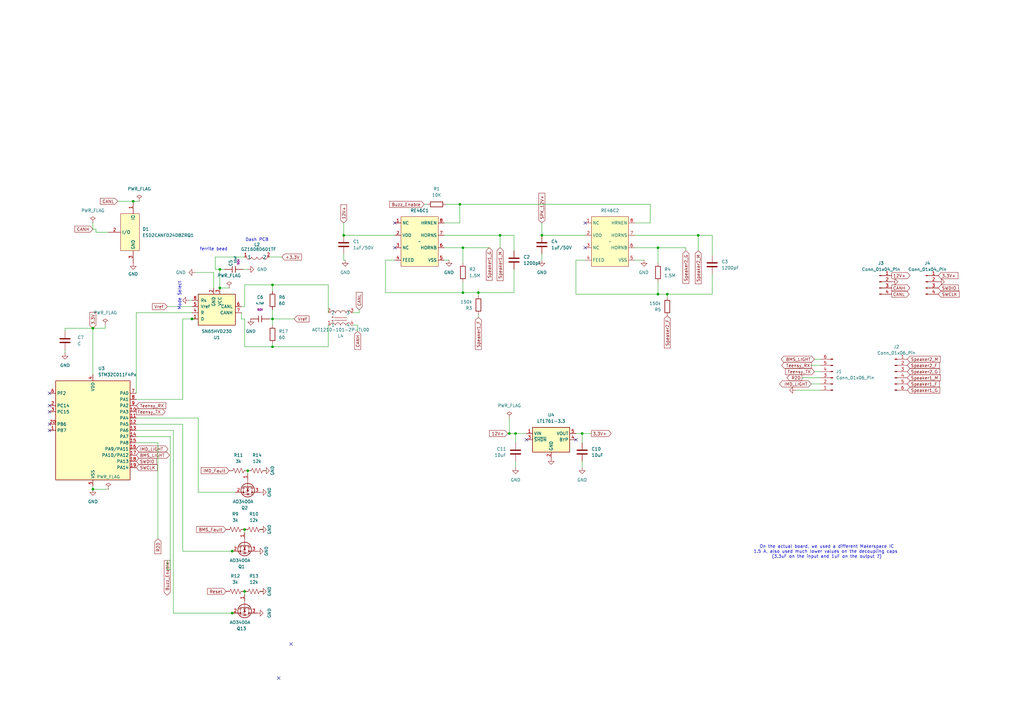
<source format=kicad_sch>
(kicad_sch (version 20250114) (generator "eeschema") (generator_version "9.0")
  (paper "A3")
  (title_block (title "SC FormulaE Electrical System"))
  (lib_symbols
    (symbol "Connector:Conn_01x04_Pin" (pin_names (offset 1.016) (hide yes))
      (property "Reference" "J" (at 0 5.08 0))
      (property "Value" "Conn_01x04_Pin" (at 0 -7.62 0))
      (symbol "Conn_01x04_Pin_1_1"
        (rectangle (start 0.8636 2.667) (end 0 2.413) (stroke (width 0.1524)) (fill (type outline)))
        (rectangle (start 0.8636 0.127) (end 0 -0.127) (stroke (width 0.1524)) (fill (type outline)))
        (rectangle (start 0.8636 -2.413) (end 0 -2.667) (stroke (width 0.1524)) (fill (type outline)))
        (rectangle (start 0.8636 -4.953) (end 0 -5.207) (stroke (width 0.1524)) (fill (type outline)))
        (polyline (pts (xy 1.27 2.54) (xy 0.8636 2.54)) (stroke (width 0.1524)))
        (polyline (pts (xy 1.27 0) (xy 0.8636 0)) (stroke (width 0.1524)))
        (polyline (pts (xy 1.27 -2.54) (xy 0.8636 -2.54)) (stroke (width 0.1524)))
        (polyline (pts (xy 1.27 -5.08) (xy 0.8636 -5.08)) (stroke (width 0.1524)))
        (pin passive line (at 5.08 2.54 180) (length 3.81) (name "Pin_1") (number "1"))
        (pin passive line (at 5.08 0 180) (length 3.81) (name "Pin_2") (number "2"))
        (pin passive line (at 5.08 -2.54 180) (length 3.81) (name "Pin_3") (number "3"))
        (pin passive line (at 5.08 -5.08 180) (length 3.81) (name "Pin_4") (number "4"))
      )
    )
    (symbol "Connector:Conn_01x06_Pin" (pin_names (offset 1.016) (hide yes))
      (property "Reference" "J" (at 0 7.62 0))
      (property "Value" "Conn_01x06_Pin" (at 0 -10.16 0))
      (symbol "Conn_01x06_Pin_1_1"
        (rectangle (start 0.8636 5.207) (end 0 4.953) (stroke (width 0.1524)) (fill (type outline)))
        (rectangle (start 0.8636 2.667) (end 0 2.413) (stroke (width 0.1524)) (fill (type outline)))
        (rectangle (start 0.8636 0.127) (end 0 -0.127) (stroke (width 0.1524)) (fill (type outline)))
        (rectangle (start 0.8636 -2.413) (end 0 -2.667) (stroke (width 0.1524)) (fill (type outline)))
        (rectangle (start 0.8636 -4.953) (end 0 -5.207) (stroke (width 0.1524)) (fill (type outline)))
        (rectangle (start 0.8636 -7.493) (end 0 -7.747) (stroke (width 0.1524)) (fill (type outline)))
        (polyline (pts (xy 1.27 5.08) (xy 0.8636 5.08)) (stroke (width 0.1524)))
        (polyline (pts (xy 1.27 2.54) (xy 0.8636 2.54)) (stroke (width 0.1524)))
        (polyline (pts (xy 1.27 0) (xy 0.8636 0)) (stroke (width 0.1524)))
        (polyline (pts (xy 1.27 -2.54) (xy 0.8636 -2.54)) (stroke (width 0.1524)))
        (polyline (pts (xy 1.27 -5.08) (xy 0.8636 -5.08)) (stroke (width 0.1524)))
        (polyline (pts (xy 1.27 -7.62) (xy 0.8636 -7.62)) (stroke (width 0.1524)))
        (pin passive line (at 5.08 5.08 180) (length 3.81) (name "Pin_1") (number "1"))
        (pin passive line (at 5.08 2.54 180) (length 3.81) (name "Pin_2") (number "2"))
        (pin passive line (at 5.08 0 180) (length 3.81) (name "Pin_3") (number "3"))
        (pin passive line (at 5.08 -2.54 180) (length 3.81) (name "Pin_4") (number "4"))
        (pin passive line (at 5.08 -5.08 180) (length 3.81) (name "Pin_5") (number "5"))
        (pin passive line (at 5.08 -7.62 180) (length 3.81) (name "Pin_6") (number "6"))
      )
    )
    (symbol "Device:C" (pin_numbers (hide yes)) (pin_names (offset 0.254))
      (property "Reference" "C" (at 0.635 2.54 0))
      (property "Value" "C" (at 0.635 -2.54 0))
      (symbol "C_0_1"
        (polyline (pts (xy -2.032 0.762) (xy 2.032 0.762)) (stroke (width 0.508)))
        (polyline (pts (xy -2.032 -0.762) (xy 2.032 -0.762)) (stroke (width 0.508)))
      )
      (symbol "C_1_1"
        (pin passive line (at 0 3.81 270) (length 2.794) (name "~") (number "1"))
        (pin passive line (at 0 -3.81 90) (length 2.794) (name "~") (number "2"))
      )
    )
    (symbol "Device:R" (pin_numbers (hide yes)) (pin_names (offset 0))
      (property "Reference" "R" (at 2.032 0 90))
      (property "Value" "R" (at 0 0 90))
      (symbol "R_0_1"
        (rectangle (start -1.016 -2.54) (end 1.016 2.54) (stroke (width 0.254)))
      )
      (symbol "R_1_1"
        (pin passive line (at 0 3.81 270) (length 1.27) (name "~") (number "1"))
        (pin passive line (at 0 -3.81 90) (length 1.27) (name "~") (number "2"))
      )
    )
    (symbol "Device:R_US" (pin_numbers (hide yes)) (pin_names (offset 0))
      (property "Reference" "R" (at 2.54 0 90))
      (property "Value" "R_US" (at -2.54 0 90))
      (symbol "R_US_0_1"
        (polyline (pts (xy 0 2.286) (xy 0 2.54)))
        (polyline (pts (xy 0 2.286) (xy 1.016 1.905) (xy 0 1.524) (xy -1.016 1.143) (xy 0 0.762)))
        (polyline (pts (xy 0 0.762) (xy 1.016 0.381) (xy 0 0) (xy -1.016 -0.381) (xy 0 -0.762)))
        (polyline (pts (xy 0 -0.762) (xy 1.016 -1.143) (xy 0 -1.524) (xy -1.016 -1.905) (xy 0 -2.286)))
        (polyline (pts (xy 0 -2.286) (xy 0 -2.54)))
      )
      (symbol "R_US_1_1"
        (pin passive line (at 0 3.81 270) (length 1.27) (name "~") (number "1"))
        (pin passive line (at 0 -3.81 90) (length 1.27) (name "~") (number "2"))
      )
    )
    (symbol "FSAE:RE46C100"
      (property "Reference" "RE46C100" (at 0 0 0))
      (symbol "RE46C100_1_1"
        (rectangle (start -7.62 10.16) (end 7.62 -10.16) (fill (type background)))
        (pin input line (at -10.16 7.62 0) (length 2.54) (name "NC") (number "1"))
        (pin input line (at -10.16 2.54 0) (length 2.54) (name "VDD") (number "2"))
        (pin input line (at -10.16 -2.54 0) (length 2.54) (name "NC") (number "3"))
        (pin input line (at -10.16 -7.62 0) (length 2.54) (name "FEED") (number "4"))
        (pin input line (at 10.16 7.62 180) (length 2.54) (name "HRNEN") (number "8"))
        (pin input line (at 10.16 2.54 180) (length 2.54) (name "HORNS") (number "7"))
        (pin input line (at 10.16 -2.54 180) (length 2.54) (name "HORNB") (number "6"))
        (pin input line (at 10.16 -7.62 180) (length 2.54) (name "VSS") (number "5"))
      )
    )
    (symbol "GND_1" (power) (pin_numbers (hide yes)) (pin_names (offset 0) (hide yes))
      (property "Value" "GND" (at 0 -3.81 0))
      (symbol "GND_1_0_1"
        (polyline (pts (xy 0 0) (xy 0 -1.27) (xy 1.27 -1.27) (xy 0 -2.54) (xy -1.27 -1.27) (xy 0 -1.27)))
      )
      (symbol "GND_1_1_1"
        (pin power_in line (at 0 0 270) (length 0) (name "~") (number "1"))
      )
    )
    (symbol "GND_2" (power) (pin_names (offset 0))
      (property "Value" "GND_2" (at 0 -3.81 0))
      (symbol "GND_2_0_1"
        (polyline (pts (xy 0 0) (xy 0 -1.27) (xy 1.27 -1.27) (xy 0 -2.54) (xy -1.27 -1.27) (xy 0 -1.27)))
      )
      (symbol "GND_2_1_1"
        (pin power_in line (at 0 0 270) (length 0) (hide yes) (name "GND") (number "1"))
      )
    )
    (symbol "GND_3" (power) (pin_numbers (hide yes)) (pin_names (offset 0) (hide yes))
      (property "Value" "GND" (at 0 -3.81 0))
      (symbol "GND_3_0_1"
        (polyline (pts (xy 0 0) (xy 0 -1.27) (xy 1.27 -1.27) (xy 0 -2.54) (xy -1.27 -1.27) (xy 0 -1.27)))
      )
      (symbol "GND_3_1_1"
        (pin power_in line (at 0 0 270) (length 0) (name "~") (number "1"))
      )
    )
    (symbol "GND_4" (power) (pin_numbers (hide yes)) (pin_names (offset 0) (hide yes))
      (property "Value" "GND" (at 0 -3.81 0))
      (symbol "GND_4_0_1"
        (polyline (pts (xy 0 0) (xy 0 -1.27) (xy 1.27 -1.27) (xy 0 -2.54) (xy -1.27 -1.27) (xy 0 -1.27)))
      )
      (symbol "GND_4_1_1"
        (pin power_in line (at 0 0 270) (length 0) (name "~") (number "1"))
      )
    )
    (symbol "GND_5" (power) (pin_numbers (hide yes)) (pin_names (offset 0) (hide yes))
      (property "Value" "GND" (at 0 -3.81 0))
      (symbol "GND_5_0_1"
        (polyline (pts (xy 0 0) (xy 0 -1.27) (xy 1.27 -1.27) (xy 0 -2.54) (xy -1.27 -1.27) (xy 0 -1.27)))
      )
      (symbol "GND_5_1_1"
        (pin power_in line (at 0 0 270) (length 0) (name "~") (number "1"))
      )
    )
    (symbol "MCU_ST_STM32C0:STM32C011F4Px"
      (property "Reference" "U" (at -15.24 21.59 0))
      (property "Value" "STM32C011F4Px" (at 2.54 21.59 0))
      (symbol "STM32C011F4Px_0_1"
        (rectangle (start -15.24 -20.32) (end 15.24 20.32) (stroke (width 0.254)) (fill (type background)))
      )
      (symbol "STM32C011F4Px_1_1"
        (pin bidirectional line (at -17.78 15.24 0) (length 2.54) (name "PF2") (number "6"))
        (pin bidirectional line (at -17.78 10.16 0) (length 2.54) (name "PC14") (number "2"))
        (pin bidirectional line (at -17.78 7.62 0) (length 2.54) (name "PC15") (number "3"))
        (pin bidirectional line (at -17.78 2.54 0) (length 2.54) (name "PB6") (number "20"))
        (pin bidirectional line (at -17.78 0 0) (length 2.54) (name "PB7") (number "1"))
        (pin power_in line (at 0 22.86 270) (length 2.54) (name "VDD") (number "4"))
        (pin power_in line (at 0 -22.86 90) (length 2.54) (name "VSS") (number "5"))
        (pin bidirectional line (at 17.78 15.24 180) (length 2.54) (name "PA0") (number "7"))
        (pin bidirectional line (at 17.78 12.7 180) (length 2.54) (name "PA1") (number "8"))
        (pin bidirectional line (at 17.78 10.16 180) (length 2.54) (name "PA2") (number "9"))
        (pin bidirectional line (at 17.78 7.62 180) (length 2.54) (name "PA3") (number "10"))
        (pin bidirectional line (at 17.78 5.08 180) (length 2.54) (name "PA4") (number "11"))
        (pin bidirectional line (at 17.78 2.54 180) (length 2.54) (name "PA5") (number "12"))
        (pin bidirectional line (at 17.78 0 180) (length 2.54) (name "PA6") (number "13"))
        (pin bidirectional line (at 17.78 -2.54 180) (length 2.54) (name "PA7") (number "14"))
        (pin bidirectional line (at 17.78 -5.08 180) (length 2.54) (name "PA8") (number "15"))
        (pin bidirectional line (at 17.78 -7.62 180) (length 2.54) (name "PA9/PA11") (number "16"))
        (pin bidirectional line (at 17.78 -10.16 180) (length 2.54) (name "PA10/PA12") (number "17"))
        (pin bidirectional line (at 17.78 -12.7 180) (length 2.54) (name "PA13") (number "18"))
        (pin bidirectional line (at 17.78 -15.24 180) (length 2.54) (name "PA14") (number "19"))
      )
    )
    (symbol "PCM_JLCPCB-Capacitors:0603,4.7nF" (pin_numbers (hide yes)) (pin_names (offset 0))
      (property "Reference" "C" (at 2.032 1.668 0))
      (property "Value" "4.7nF" (at 2.032 -0.3782 0))
      (property "Voltage Rated" "50V" (at 2.032 -2.0462 0))
      (symbol "0603,4.7nF_0_1"
        (polyline (pts (xy -1.27 0.635) (xy 1.27 0.635)) (stroke (width 0.254)))
        (polyline (pts (xy -1.27 -0.635) (xy 1.27 -0.635)) (stroke (width 0.254)))
      )
      (symbol "0603,4.7nF_1_1"
        (pin passive line (at 0 3.81 270) (length 3.175) (name "~") (number "1"))
        (pin passive line (at 0 -3.81 90) (length 3.175) (name "~") (number "2"))
      )
    )
    (symbol "PCM_JLCPCB-Capacitors:0805,10uF,(2)" (pin_numbers (hide yes)) (pin_names (offset 0))
      (property "Reference" "C" (at 2.032 1.668 0))
      (property "Value" "10uF" (at 2.032 -0.3782 0))
      (property "Voltage Rated" "50V" (at 2.032 -2.0462 0))
      (symbol "0805,10uF,(2)_0_1"
        (polyline (pts (xy -1.27 0.635) (xy 1.27 0.635)) (stroke (width 0.254)))
        (polyline (pts (xy -1.27 -0.635) (xy 1.27 -0.635)) (stroke (width 0.254)))
      )
      (symbol "0805,10uF,(2)_1_1"
        (pin passive line (at 0 3.81 270) (length 3.175) (name "~") (number "1"))
        (pin passive line (at 0 -3.81 90) (length 3.175) (name "~") (number "2"))
      )
    )
    (symbol "Regulator_Linear:LT1761-3.3"
      (property "Reference" "U" (at -6.35 6.35 0))
      (property "Value" "LT1761-3.3" (at 0 6.35 0))
      (symbol "LT1761-3.3_0_1"
        (rectangle (start -7.62 5.08) (end 7.62 -5.08) (stroke (width 0.254)) (fill (type background)))
      )
      (symbol "LT1761-3.3_1_1"
        (pin power_in line (at -10.16 2.54 0) (length 2.54) (name "VIN") (number "1"))
        (pin input line (at -10.16 0 0) (length 2.54) (name "~{SHDN}") (number "3"))
        (pin power_in line (at 0 -7.62 90) (length 2.54) (name "GND") (number "2"))
        (pin power_out line (at 10.16 2.54 180) (length 2.54) (name "VOUT") (number "5"))
        (pin passive line (at 10.16 0 180) (length 2.54) (name "BYP") (number "4"))
      )
    )
    (symbol "SN65HVD230_1" (pin_names (offset 1.016))
      (property "Reference" "U" (at -2.54 10.16 0))
      (property "Value" "SN65HVD230" (at 1.27 -10.16 0))
      (symbol "SN65HVD230_1_0_1"
        (rectangle (start -7.62 5.08) (end 7.62 -7.62) (stroke (width 0.254)) (fill (type background)))
      )
      (symbol "SN65HVD230_1_1_1"
        (pin input line (at -10.16 2.54 0) (length 2.54) (name "D") (number "1"))
        (pin output line (at -10.16 0 0) (length 2.54) (name "R") (number "4"))
        (pin output line (at -10.16 -2.54 0) (length 2.54) (name "Vref") (number "5"))
        (pin input line (at -10.16 -5.08 0) (length 2.54) (name "Rs") (number "8"))
        (pin power_in line (at -1.27 -10.16 90) (length 2.54) (name "GND") (number "2"))
        (pin power_in line (at 1.27 -10.16 90) (length 2.54) (name "VCC") (number "3"))
        (pin bidirectional line (at 10.16 0 180) (length 2.54) (name "CANH") (number "7"))
        (pin bidirectional line (at 10.16 -2.54 180) (length 2.54) (name "CANL") (number "6"))
      )
    )
    (symbol "Transistor_FET:AO3400A" (pin_names (hide yes))
      (property "Reference" "Q" (at 5.08 1.905 0))
      (property "Value" "AO3400A" (at 5.08 0 0))
      (symbol "AO3400A_0_1"
        (polyline (pts (xy 0.254 1.905) (xy 0.254 -1.905)) (stroke (width 0.254)))
        (polyline (pts (xy 0.254 0) (xy -2.54 0)))
        (polyline (pts (xy 0.762 2.286) (xy 0.762 1.27)) (stroke (width 0.254)))
        (polyline (pts (xy 0.762 0.508) (xy 0.762 -0.508)) (stroke (width 0.254)))
        (polyline (pts (xy 0.762 -1.27) (xy 0.762 -2.286)) (stroke (width 0.254)))
        (polyline (pts (xy 0.762 -1.778) (xy 3.302 -1.778) (xy 3.302 1.778) (xy 0.762 1.778)))
        (polyline (pts (xy 1.016 0) (xy 2.032 0.381) (xy 2.032 -0.381) (xy 1.016 0)) (fill (type outline)))
        (circle (center 1.651 0) (radius 2.794) (stroke (width 0.254)))
        (polyline (pts (xy 2.54 2.54) (xy 2.54 1.778)))
        (circle (center 2.54 1.778) (radius 0.254) (fill (type outline)))
        (circle (center 2.54 -1.778) (radius 0.254) (fill (type outline)))
        (polyline (pts (xy 2.54 -2.54) (xy 2.54 0) (xy 0.762 0)))
        (polyline (pts (xy 2.794 0.508) (xy 2.921 0.381) (xy 3.683 0.381) (xy 3.81 0.254)))
        (polyline (pts (xy 3.302 0.381) (xy 2.921 -0.254) (xy 3.683 -0.254) (xy 3.302 0.381)))
      )
      (symbol "AO3400A_1_1"
        (pin input line (at -5.08 0 0) (length 2.54) (name "G") (number "1"))
        (pin passive line (at 2.54 5.08 270) (length 2.54) (name "D") (number "3"))
        (pin passive line (at 2.54 -5.08 90) (length 2.54) (name "S") (number "2"))
      )
    )
    (symbol "easyeda2kicad:ACT1210-101-2P-TL00"
      (property "Reference" "L" (at 0 7.62 0))
      (property "Value" "ACT1210-101-2P-TL00" (at 0 -7.62 0))
      (symbol "ACT1210-101-2P-TL00_0_1"
        (circle (center -3.3 0.76) (radius 0.25))
        (circle (center -3.3 -0.76) (radius 0.25))
        (arc (start -2.27 2.52) (mid -3.28 1.5973) (end -4.29 2.52))
        (arc (start -2.21 -2.52) (mid -2.76 -3.34) (end -4.23 -2.52))
        (polyline (pts (xy -2.54 0.51) (xy 2.54 0.51)))
        (polyline (pts (xy -2.54 -0.51) (xy 2.54 -0.51)))
        (arc (start -0.11 2.52) (mid -1.12 1.5929) (end -2.13 2.52))
        (arc (start -0.02 -2.52) (mid -0.57 -3.33) (end -2.04 -2.52))
        (arc (start 2.04 2.52) (mid 1.03 1.5929) (end 0.02 2.52))
        (arc (start 2.13 -2.52) (mid 1.58 -3.33) (end 0.11 -2.52))
        (arc (start 4.23 2.52) (mid 3.22 1.5929) (end 2.21 2.52))
        (arc (start 4.29 -2.52) (mid 3.74 -3.34) (end 2.27 -2.52))
        (pin unspecified line (at -5.08 2.54 0) (length 0.762) (name "1") (number "1"))
        (pin unspecified line (at -5.08 -2.54 0) (length 0.762) (name "2") (number "2"))
        (pin unspecified line (at 5.08 2.54 180) (length 0.762) (name "4") (number "4"))
        (pin unspecified line (at 5.08 -2.54 180) (length 0.762) (name "3") (number "3"))
      )
    )
    (symbol "easyeda2kicad:ESD2CANFD24DBZRQ1"
      (property "Reference" "D4" (at -1.27 10.795 0))
      (property "Value" "ESD2CANFD24DBZRQ1" (at -1.27 8.255 0))
      (symbol "ESD2CANFD24DBZRQ1_0_1"
        (rectangle (start -8.89 6.35) (end 6.35 -1.27) (fill (type background)))
        (pin power_in line (at -13.97 3.81 0) (length 5.08) (name "GND") (number "3"))
        (pin power_in line (at 11.43 3.81 180) (length 5.08) (name "IO") (number "1"))
      )
      (symbol "ESD2CANFD24DBZRQ1_1_1"
        (pin power_in line (at -1.27 -6.35 90) (length 5.08) (name "I/O") (number "2"))
      )
    )
    (symbol "easyeda2kicad:GZ1608D601TF"
      (property "Reference" "L" (at 0 5.08 0))
      (property "Value" "GZ1608D601TF" (at 0 -5.08 0))
      (symbol "GZ1608D601TF_0_1"
        (arc (start -2.27 -0.02) (mid -3.28 -0.937) (end -4.29 -0.02))
        (arc (start -0.11 -0.02) (mid -1.12 -0.937) (end -2.13 -0.02))
        (arc (start 2.04 -0.02) (mid 1.03 -0.937) (end 0.02 -0.02))
        (arc (start 4.23 -0.02) (mid 3.22 -0.9448) (end 2.21 -0.02))
        (pin unspecified line (at -5.08 0 0) (length 0.762) (name "1") (number "1"))
        (pin unspecified line (at 5.08 0 180) (length 0.762) (name "2") (number "2"))
      )
    )
    (symbol "power:GND" (power) (pin_names (offset 0))
      (property "Value" "GND" (at 0 -3.81 0))
      (symbol "GND_0_1"
        (polyline (pts (xy 0 0) (xy 0 -1.27) (xy 1.27 -1.27) (xy 0 -2.54) (xy -1.27 -1.27) (xy 0 -1.27)))
      )
      (symbol "GND_1_1"
        (pin power_in line (at 0 0 270) (length 0) (hide yes) (name "GND") (number "1"))
      )
    )
    (symbol "power:PWR_FLAG" (power) (pin_numbers (hide yes)) (pin_names (offset 0) (hide yes))
      (property "Value" "PWR_FLAG" (at 0 3.81 0))
      (symbol "PWR_FLAG_0_0"
        (pin power_out line (at 0 0 90) (length 0) (name "~") (number "1"))
      )
      (symbol "PWR_FLAG_0_1"
        (polyline (pts (xy 0 0) (xy 0 1.27) (xy -1.016 1.905) (xy 0 2.54) (xy 1.016 1.905) (xy 0 1.27)))
      )
    )
  )
  (text "Dash PCB" (at 105.41 98.425 0) (effects (font (size 1.27 1.27))))
  (text "On the actual board, we used a different Makerspace IC\n1.5 A, also used much lower values on the decoupling caps \n(3.3uF on the input and 1uF on the output ?)" (at 339.09 226.314 0) (effects (font (size 1.27 1.27))))
  (text "ferrite bead" (at 87.63 102.235 0) (effects (font (size 1.27 1.27))))
  (text "Mode Select" (at 73.66 121.285 90) (effects (font (size 1.27 1.27))))
  (junction (at 196.215 120.015))
  (junction (at 222.25 96.52))
  (junction (at 238.76 177.8))
  (junction (at 111.76 142.24))
  (junction (at 101.6 193.04))
  (junction (at 189.865 101.6))
  (junction (at 111.76 130.81))
  (junction (at 90.17 118.11))
  (junction (at 38.1 134.62))
  (junction (at 100.33 217.17))
  (junction (at 269.875 101.6))
  (junction (at 269.875 120.65))
  (junction (at 140.97 96.52))
  (junction (at 208.915 177.8))
  (junction (at 205.105 96.52))
  (junction (at 54.61 82.55))
  (junction (at 95.25 251.46))
  (junction (at 286.385 96.52))
  (junction (at 188.595 83.82))
  (junction (at 273.685 120.65))
  (junction (at 78.74 130.81))
  (junction (at 189.865 120.015))
  (junction (at 100.33 242.57))
  (junction (at 38.1 200.66))
  (junction (at 95.25 226.06))
  (junction (at 211.455 177.8))
  (junction (at 90.17 110.49))
  (junction (at 111.76 116.84))
  (no_connect (at 240.03 91.44))
  (no_connect (at 20.32 176.53))
  (no_connect (at 240.03 101.6))
  (no_connect (at 161.925 101.6))
  (no_connect (at 119.38 264.16))
  (no_connect (at 20.32 173.99))
  (no_connect (at 20.32 166.37))
  (no_connect (at 114.3 278.13))
  (no_connect (at 215.9 180.34))
  (no_connect (at 20.32 168.91))
  (no_connect (at 20.32 161.29))
  (no_connect (at 161.925 91.44))
  (no_connect (at 236.22 180.34))
  (wire (pts (xy 222.25 91.44) (xy 222.25 96.52)))
  (wire (pts (xy 39.37 95.25) (xy 44.45 95.25)))
  (wire (pts (xy 196.215 120.015) (xy 210.82 120.015)))
  (wire (pts (xy 88.265 105.41) (xy 88.265 110.49)))
  (wire (pts (xy 269.875 101.6) (xy 281.305 101.6)))
  (wire (pts (xy 111.76 127) (xy 111.76 130.81)))
  (wire (pts (xy 205.105 96.52) (xy 210.82 96.52)))
  (wire (pts (xy 55.88 128.27) (xy 78.74 128.27)))
  (wire (pts (xy 74.93 130.81) (xy 74.93 163.83)))
  (wire (pts (xy 99.695 110.49) (xy 101.6 110.49)))
  (wire (pts (xy 158.115 106.68) (xy 158.115 120.015)))
  (wire (pts (xy 38.1 134.62) (xy 26.67 134.62)))
  (wire (pts (xy 80.01 111.76) (xy 87.63 111.76)))
  (wire (pts (xy 69.85 233.68) (xy 68.58 233.68)))
  (wire (pts (xy 43.18 134.62) (xy 38.1 134.62)))
  (wire (pts (xy 208.915 171.45) (xy 208.915 177.8)))
  (wire (pts (xy 71.12 176.53) (xy 71.12 251.46)))
  (wire (pts (xy 208.915 177.8) (xy 211.455 177.8)))
  (wire (pts (xy 55.88 128.27) (xy 55.88 161.29)))
  (wire (pts (xy 326.39 160.02) (xy 336.55 160.02)))
  (wire (pts (xy 146.685 135.89) (xy 146.685 133.35)))
  (wire (pts (xy 68.58 233.68) (xy 68.58 229.87)))
  (wire (pts (xy 54.61 82.55) (xy 57.15 82.55)))
  (wire (pts (xy 55.88 173.99) (xy 74.93 173.99)))
  (wire (pts (xy 240.03 106.68) (xy 236.22 106.68)))
  (wire (pts (xy 68.58 125.73) (xy 78.74 125.73)))
  (wire (pts (xy 110.49 130.81) (xy 111.76 130.81)))
  (wire (pts (xy 38.1 200.66) (xy 44.45 200.66)))
  (wire (pts (xy 182.245 96.52) (xy 205.105 96.52)))
  (wire (pts (xy 189.865 101.6) (xy 189.865 107.95)))
  (wire (pts (xy 196.215 120.015) (xy 196.215 121.285)))
  (wire (pts (xy 208.28 177.8) (xy 208.915 177.8)))
  (wire (pts (xy 90.17 118.11) (xy 90.17 110.49)))
  (wire (pts (xy 74.93 226.06) (xy 95.25 226.06)))
  (wire (pts (xy 188.595 83.82) (xy 188.595 91.44)))
  (wire (pts (xy 210.82 110.49) (xy 210.82 120.015)))
  (wire (pts (xy 95.25 226.06) (xy 96.52 226.06)))
  (wire (pts (xy 55.88 176.53) (xy 71.12 176.53)))
  (wire (pts (xy 87.63 118.11) (xy 87.63 111.76)))
  (wire (pts (xy 144.78 128.27) (xy 147.32 128.27)))
  (wire (pts (xy 100.33 142.24) (xy 100.33 130.81)))
  (wire (pts (xy 48.26 82.55) (xy 54.61 82.55)))
  (wire (pts (xy 332.74 149.86) (xy 336.55 149.86)))
  (wire (pts (xy 242.57 177.8) (xy 238.76 177.8)))
  (wire (pts (xy 111.76 142.24) (xy 134.62 142.24)))
  (wire (pts (xy 55.88 179.07) (xy 69.85 179.07)))
  (wire (pts (xy 55.88 181.61) (xy 64.77 181.61)))
  (wire (pts (xy 100.33 116.84) (xy 100.33 125.73)))
  (wire (pts (xy 266.7 83.82) (xy 266.7 91.44)))
  (wire (pts (xy 211.455 191.77) (xy 211.455 189.23)))
  (wire (pts (xy 43.18 133.35) (xy 43.18 134.62)))
  (wire (pts (xy 260.35 96.52) (xy 286.385 96.52)))
  (wire (pts (xy 292.1 104.775) (xy 292.1 96.52)))
  (wire (pts (xy 134.62 133.35) (xy 134.62 142.24)))
  (wire (pts (xy 101.6 193.04) (xy 101.6 194.31)))
  (wire (pts (xy 78.74 130.81) (xy 80.01 130.81)))
  (wire (pts (xy 81.28 201.93) (xy 81.28 171.45)))
  (wire (pts (xy 189.865 115.57) (xy 189.865 120.015)))
  (wire (pts (xy 100.33 142.24) (xy 111.76 142.24)))
  (wire (pts (xy 273.685 120.65) (xy 273.685 121.92)))
  (wire (pts (xy 196.215 130.175) (xy 196.215 128.905)))
  (wire (pts (xy 189.865 101.6) (xy 200.66 101.6)))
  (wire (pts (xy 111.76 116.84) (xy 134.62 116.84)))
  (wire (pts (xy 182.245 106.68) (xy 184.15 106.68)))
  (wire (pts (xy 182.88 83.82) (xy 188.595 83.82)))
  (wire (pts (xy 334.01 152.4) (xy 336.55 152.4)))
  (wire (pts (xy 64.77 181.61) (xy 64.77 220.98)))
  (wire (pts (xy 281.305 101.6) (xy 281.305 102.87)))
  (wire (pts (xy 134.62 116.84) (xy 134.62 128.27)))
  (wire (pts (xy 26.67 134.62) (xy 26.67 135.89)))
  (wire (pts (xy 286.385 102.87) (xy 286.385 96.52)))
  (wire (pts (xy 182.245 91.44) (xy 188.595 91.44)))
  (wire (pts (xy 158.115 120.015) (xy 189.865 120.015)))
  (wire (pts (xy 292.1 112.395) (xy 292.1 120.65)))
  (wire (pts (xy 273.685 120.65) (xy 292.1 120.65)))
  (wire (pts (xy 332.74 157.48) (xy 336.55 157.48)))
  (wire (pts (xy 107.95 217.17) (xy 106.68 217.17)))
  (wire (pts (xy 100.33 242.57) (xy 100.33 243.84)))
  (wire (pts (xy 236.22 120.65) (xy 269.875 120.65)))
  (wire (pts (xy 81.28 201.93) (xy 96.52 201.93)))
  (wire (pts (xy 99.06 130.81) (xy 99.06 128.27)))
  (wire (pts (xy 74.93 130.81) (xy 78.74 130.81)))
  (wire (pts (xy 38.1 200.66) (xy 38.1 199.39)))
  (wire (pts (xy 55.88 163.83) (xy 74.93 163.83)))
  (wire (pts (xy 328.93 154.94) (xy 336.55 154.94)))
  (wire (pts (xy 90.17 110.49) (xy 92.075 110.49)))
  (wire (pts (xy 286.385 96.52) (xy 292.1 96.52)))
  (wire (pts (xy 109.22 193.04) (xy 107.95 193.04)))
  (wire (pts (xy 205.105 96.52) (xy 205.105 101.6)))
  (wire (pts (xy 107.95 242.57) (xy 106.68 242.57)))
  (wire (pts (xy 210.82 102.87) (xy 210.82 96.52)))
  (wire (pts (xy 260.35 91.44) (xy 266.7 91.44)))
  (wire (pts (xy 211.455 177.8) (xy 215.9 177.8)))
  (wire (pts (xy 238.76 191.77) (xy 238.76 189.23)))
  (wire (pts (xy 100.33 105.41) (xy 88.265 105.41)))
  (wire (pts (xy 236.22 177.8) (xy 238.76 177.8)))
  (wire (pts (xy 269.875 115.57) (xy 269.875 120.65)))
  (wire (pts (xy 96.52 251.46) (xy 95.25 251.46)))
  (wire (pts (xy 38.1 153.67) (xy 38.1 134.62)))
  (wire (pts (xy 110.49 105.41) (xy 115.57 105.41)))
  (wire (pts (xy 111.76 130.81) (xy 120.65 130.81)))
  (wire (pts (xy 100.33 130.81) (xy 99.06 130.81)))
  (wire (pts (xy 38.1 93.98) (xy 39.37 93.98)))
  (wire (pts (xy 26.67 144.78) (xy 26.67 143.51)))
  (wire (pts (xy 182.245 101.6) (xy 189.865 101.6)))
  (wire (pts (xy 188.595 83.82) (xy 266.7 83.82)))
  (wire (pts (xy 175.26 83.82) (xy 173.99 83.82)))
  (wire (pts (xy 222.25 96.52) (xy 240.03 96.52)))
  (wire (pts (xy 238.76 181.61) (xy 238.76 177.8)))
  (wire (pts (xy 260.35 106.68) (xy 264.16 106.68)))
  (wire (pts (xy 222.25 106.68) (xy 222.25 104.14)))
  (wire (pts (xy 111.76 140.97) (xy 111.76 142.24)))
  (wire (pts (xy 269.875 101.6) (xy 269.875 107.95)))
  (wire (pts (xy 71.12 251.46) (xy 95.25 251.46)))
  (wire (pts (xy 38.1 91.44) (xy 38.1 93.98)))
  (wire (pts (xy 100.33 116.84) (xy 111.76 116.84)))
  (wire (pts (xy 147.32 128.27) (xy 147.32 127)))
  (wire (pts (xy 140.97 106.68) (xy 141.605 106.68)))
  (wire (pts (xy 211.455 181.61) (xy 211.455 177.8)))
  (wire (pts (xy 140.97 106.68) (xy 140.97 104.14)))
  (wire (pts (xy 146.685 133.35) (xy 144.78 133.35)))
  (wire (pts (xy 111.76 130.81) (xy 111.76 133.35)))
  (wire (pts (xy 74.93 226.06) (xy 74.93 173.99)))
  (wire (pts (xy 69.85 179.07) (xy 69.85 233.68)))
  (wire (pts (xy 90.17 118.11) (xy 93.98 118.11)))
  (wire (pts (xy 260.35 101.6) (xy 269.875 101.6)))
  (wire (pts (xy 189.865 120.015) (xy 196.215 120.015)))
  (wire (pts (xy 269.875 120.65) (xy 273.685 120.65)))
  (wire (pts (xy 111.76 116.84) (xy 111.76 119.38)))
  (wire (pts (xy 100.33 125.73) (xy 99.06 125.73)))
  (wire (pts (xy 161.925 106.68) (xy 158.115 106.68)))
  (wire (pts (xy 88.265 110.49) (xy 90.17 110.49)))
  (wire (pts (xy 55.88 171.45) (xy 81.28 171.45)))
  (wire (pts (xy 140.97 91.44) (xy 140.97 96.52)))
  (wire (pts (xy 334.01 147.32) (xy 336.55 147.32)))
  (wire (pts (xy 236.22 106.68) (xy 236.22 120.65)))
  (wire (pts (xy 39.37 93.98) (xy 39.37 95.25)))
  (wire (pts (xy 140.97 96.52) (xy 161.925 96.52)))
  (wire (pts (xy 77.47 123.19) (xy 78.74 123.19)))
  (wire (pts (xy 100.33 217.17) (xy 100.33 218.44)))
  (global_label "Vref" (shape input) (at 120.65 130.81 0) (property "Intersheetrefs" "${INTERSHEET_REFS}" (effects (hide yes))))
  (global_label "3.3V+" (shape output) (at 242.57 177.8 0) (property "Intersheetrefs" "${INTERSHEET_REFS}" (effects (hide yes))))
  (global_label "CANL" (shape output) (at 365.76 120.65 0) (property "Intersheetrefs" "${INTERSHEET_REFS}" (effects (hide yes))))
  (global_label "Teensy_RX" (shape output) (at 332.74 149.86 180) (property "Intersheetrefs" "${INTERSHEET_REFS}" (effects (hide yes))))
  (global_label "+3.3V" (shape input) (at 115.57 105.41 0) (property "Intersheetrefs" "${INTERSHEET_REFS}" (effects (hide yes))))
  (global_label "Teensy_TX" (shape output) (at 55.88 168.91 0) (property "Intersheetrefs" "${INTERSHEET_REFS}" (effects (hide yes))))
  (global_label "Teensy_TX" (shape input) (at 334.01 152.4 180) (property "Intersheetrefs" "${INTERSHEET_REFS}" (effects (hide yes))))
  (global_label "CANH" (shape output) (at 365.76 118.11 0) (property "Intersheetrefs" "${INTERSHEET_REFS}" (effects (hide yes))))
  (global_label "12V+" (shape output) (at 365.76 113.03 0) (property "Intersheetrefs" "${INTERSHEET_REFS}" (effects (hide yes))))
  (global_label "BMS_Fault" (shape input) (at 92.71 217.17 180) (property "Intersheetrefs" "${INTERSHEET_REFS}" (effects (hide yes))))
  (global_label "Speaker2_M" (shape input) (at 372.11 147.32 0) (property "Intersheetrefs" "${INTERSHEET_REFS}" (effects (hide yes))))
  (global_label "SWDIO" (shape input) (at 55.88 189.23 0) (property "Intersheetrefs" "${INTERSHEET_REFS}" (effects (hide yes))))
  (global_label "CANL" (shape input) (at 48.26 82.55 180) (property "Intersheetrefs" "${INTERSHEET_REFS}" (effects (hide yes))))
  (global_label "SWDIO" (shape input) (at 384.81 118.11 0) (property "Intersheetrefs" "${INTERSHEET_REFS}" (effects (hide yes))))
  (global_label "SPK_12V+" (shape input) (at 222.25 91.44 90) (property "Intersheetrefs" "${INTERSHEET_REFS}" (effects (hide yes))))
  (global_label "SWCLK" (shape input) (at 384.81 120.65 0) (property "Intersheetrefs" "${INTERSHEET_REFS}" (effects (hide yes))))
  (global_label "Vref" (shape input) (at 68.58 125.73 180) (property "Intersheetrefs" "${INTERSHEET_REFS}" (effects (hide yes))))
  (global_label "R2D" (shape input) (at 64.77 220.98 270) (property "Intersheetrefs" "${INTERSHEET_REFS}" (effects (hide yes))))
  (global_label "CANL" (shape input) (at 147.32 127 90) (property "Intersheetrefs" "${INTERSHEET_REFS}" (effects (hide yes))))
  (global_label "Speaker2_M" (shape input) (at 286.385 102.87 270) (property "Intersheetrefs" "${INTERSHEET_REFS}" (effects (hide yes))))
  (global_label "12V+" (shape input) (at 140.97 91.44 90) (property "Intersheetrefs" "${INTERSHEET_REFS}" (effects (hide yes))))
  (global_label "Buzz_Enable" (shape output) (at 68.58 229.87 270) (property "Intersheetrefs" "${INTERSHEET_REFS}" (effects (hide yes))))
  (global_label "Speaker1_G" (shape input) (at 372.11 160.02 0) (property "Intersheetrefs" "${INTERSHEET_REFS}" (effects (hide yes))))
  (global_label "Speaker1_M" (shape input) (at 372.11 154.94 0) (property "Intersheetrefs" "${INTERSHEET_REFS}" (effects (hide yes))))
  (global_label "IMD_Fault" (shape input) (at 93.98 193.04 180) (property "Intersheetrefs" "${INTERSHEET_REFS}" (effects (hide yes))))
  (global_label "3.3V" (shape input) (at 38.1 134.62 90) (property "Intersheetrefs" "${INTERSHEET_REFS}" (effects (hide yes))))
  (global_label "Speaker2_F" (shape input) (at 372.11 149.86 0) (property "Intersheetrefs" "${INTERSHEET_REFS}" (effects (hide yes))))
  (global_label "3.3V+" (shape input) (at 384.81 113.03 0) (property "Intersheetrefs" "${INTERSHEET_REFS}" (effects (hide yes))))
  (global_label "R2D" (shape output) (at 328.93 154.94 180) (property "Intersheetrefs" "${INTERSHEET_REFS}" (effects (hide yes))))
  (global_label "BMS_LIGHT" (shape bidirectional) (at 55.88 186.69 0) (property "Intersheetrefs" "${INTERSHEET_REFS}" (effects (hide yes))))
  (global_label "Speaker1_G" (shape input) (at 200.66 101.6 270) (property "Intersheetrefs" "${INTERSHEET_REFS}" (effects (hide yes))))
  (global_label "Speaker1_F" (shape input) (at 372.11 157.48 0) (property "Intersheetrefs" "${INTERSHEET_REFS}" (effects (hide yes))))
  (global_label "CANH" (shape input) (at 146.685 135.89 270) (property "Intersheetrefs" "${INTERSHEET_REFS}" (effects (hide yes))))
  (global_label "Speaker2_F" (shape input) (at 273.685 129.54 270) (property "Intersheetrefs" "${INTERSHEET_REFS}" (effects (hide yes))))
  (global_label "IMD_LIGHT" (shape bidirectional) (at 332.74 157.48 180) (property "Intersheetrefs" "${INTERSHEET_REFS}" (effects (hide yes))))
  (global_label "Speaker1_F" (shape input) (at 196.215 130.175 270) (property "Intersheetrefs" "${INTERSHEET_REFS}" (effects (hide yes))))
  (global_label "SWCLK" (shape input) (at 55.88 191.77 0) (property "Intersheetrefs" "${INTERSHEET_REFS}" (effects (hide yes))))
  (global_label "Speaker2_G" (shape input) (at 281.305 102.87 270) (property "Intersheetrefs" "${INTERSHEET_REFS}" (effects (hide yes))))
  (global_label "CANH" (shape input) (at 38.1 93.98 180) (property "Intersheetrefs" "${INTERSHEET_REFS}" (effects (hide yes))))
  (global_label "Speaker1_M" (shape input) (at 205.105 101.6 270) (property "Intersheetrefs" "${INTERSHEET_REFS}" (effects (hide yes))))
  (global_label "Reset" (shape input) (at 92.71 242.57 180) (property "Intersheetrefs" "${INTERSHEET_REFS}" (effects (hide yes))))
  (global_label "Teensy_RX" (shape input) (at 55.88 166.37 0) (property "Intersheetrefs" "${INTERSHEET_REFS}" (effects (hide yes))))
  (global_label "Buzz_Enable" (shape input) (at 173.99 83.82 180) (property "Intersheetrefs" "${INTERSHEET_REFS}" (effects (hide yes))))
  (global_label "IMD_LIGHT" (shape bidirectional) (at 55.88 184.15 0) (property "Intersheetrefs" "${INTERSHEET_REFS}" (effects (hide yes))))
  (global_label "12V+" (shape input) (at 208.28 177.8 180) (property "Intersheetrefs" "${INTERSHEET_REFS}" (effects (hide yes))))
  (global_label "BMS_LIGHT" (shape bidirectional) (at 334.01 147.32 180) (property "Intersheetrefs" "${INTERSHEET_REFS}" (effects (hide yes))))
  (global_label "Speaker2_G" (shape input) (at 372.11 152.4 0) (property "Intersheetrefs" "${INTERSHEET_REFS}" (effects (hide yes))))
  (symbol (lib_id "Device:R") (at 269.875 111.76 0) (unit 1)
    (property "Reference" "R4" (at 272.415 110.49 0) (effects (justify left)))
    (property "Value" "1.5M" (at 272.415 113.03 0) (effects (justify left)))
    (property "Footprint" "Resistor_SMD:R_0603_1608Metric_Pad0.98x0.95mm_HandSolder" (effects (hide yes)))
  )
  (symbol (lib_id "Connector:Conn_01x04_Pin") (at 379.73 115.57 0) (unit 1)
    (property "Reference" "J4" (at 380.365 107.95 0))
    (property "Value" "Conn_01x04_Pin" (at 380.365 110.49 0))
    (property "Footprint" "Connector:FanPinHeader_1x03_P2.54mm_Vertical" (effects (hide yes)))
    (property "Description" "Generic connector, single row, 01x04, script generated" (effects (hide yes)))
  )
  (symbol (lib_id "Device:R") (at 273.685 125.73 180) (unit 1)
    (property "Reference" "R5" (at 271.145 127 0) (effects (justify left)))
    (property "Value" "150k" (at 271.145 124.46 0) (effects (justify left)))
    (property "Footprint" "Resistor_SMD:R_0603_1608Metric_Pad0.98x0.95mm_HandSolder" (effects (hide yes)))
  )
  (symbol (lib_id "power:GND") (at 80.01 111.76 270) (unit 1)
    (property "Reference" "#PWR08" (effects (hide yes)))
    (property "Value" "GND" (at 76.2 111.7599 90) (effects (justify right)))
    (property "Description" "Power symbol creates a global label with name \"GND\" , ground" (effects (hide yes)))
  )
  (symbol (lib_id "Device:C") (at 238.76 185.42 0) (unit 1)
    (property "Reference" "C10" (at 242.57 184.15 0) (effects (justify left)))
    (property "Value" "10uF" (at 242.57 186.69 0) (effects (justify left)))
    (property "Footprint" "Capacitor_SMD:C_0805_2012Metric_Pad1.18x1.45mm_HandSolder" (effects (hide yes)))
  )
  (symbol (lib_name "GND_2") (lib_id "power:GND") (at 106.68 201.93 90) (unit 1)
    (property "Reference" "#PWR014" (effects (hide yes)))
    (property "Value" "GND" (at 110.49 201.93 0))
  )
  (symbol (lib_id "power:GND") (at 54.61 107.95 0) (unit 1)
    (property "Reference" "#PWR012" (effects (hide yes)))
    (property "Value" "GND" (at 54.61 112.395 0))
    (property "Description" "Power symbol creates a global label with name \"GND\" , ground" (effects (hide yes)))
  )
  (symbol (lib_id "Device:R_US") (at 96.52 217.17 270) (unit 1)
    (property "Reference" "R9" (at 96.52 210.82 90))
    (property "Value" "3k" (at 96.52 213.36 90))
    (property "Footprint" "Resistor_SMD:R_0603_1608Metric_Pad0.98x0.95mm_HandSolder" (effects (hide yes)))
  )
  (symbol (lib_name "SN65HVD230_1") (lib_id "Interface_CAN_LIN:SN65HVD230") (at 88.9 128.27 0) (mirror x) (unit 1)
    (property "Reference" "U1" (at 88.9 138.43 0))
    (property "Value" "SN65HVD230" (at 88.9 135.89 0))
    (property "Footprint" "Package_SO:SOIC-8_3.9x4.9mm_P1.27mm" (effects (hide yes)))
    (property "Datasheet" "http://www.ti.com/lit/ds/symlink/sn65hvd230.pdf" (effects (hide yes)))
    (property "Description" "CAN Bus Transceivers, 3.3V, 1Mbps, Low-Power capabilities, SOIC-8" (effects (hide yes)))
  )
  (symbol (lib_name "GND_4") (lib_id "power:GND") (at 26.67 144.78 0) (unit 1)
    (property "Reference" "#PWR020" (effects (hide yes)))
    (property "Value" "GND" (at 26.67 149.86 0))
    (property "Description" "Power symbol creates a global label with name \"GND\" , ground" (effects (hide yes)))
  )
  (symbol (lib_name "GND_5") (lib_id "power:GND") (at 38.1 200.66 0) (unit 1)
    (property "Reference" "#PWR022" (effects (hide yes)))
    (property "Value" "GND" (at 38.1 205.74 0))
    (property "Description" "Power symbol creates a global label with name \"GND\" , ground" (effects (hide yes)))
  )
  (symbol (lib_id "power:GND") (at 184.15 106.68 0) (unit 1)
    (property "Reference" "#PWR06" (effects (hide yes)))
    (property "Value" "GND" (at 184.15 111.76 0))
  )
  (symbol (lib_id "power:GND") (at 384.81 115.57 90) (unit 1)
    (property "Reference" "#PWR04" (effects (hide yes)))
    (property "Value" "GND" (effects (hide yes)))
  )
  (symbol (lib_id "Device:R") (at 189.865 111.76 0) (unit 1)
    (property "Reference" "R2" (at 192.405 110.49 0) (effects (justify left)))
    (property "Value" "1.5M" (at 192.405 113.03 0) (effects (justify left)))
    (property "Footprint" "Resistor_SMD:R_0603_1608Metric_Pad0.98x0.95mm_HandSolder" (effects (hide yes)))
  )
  (symbol (lib_id "power:PWR_FLAG") (at 208.915 171.45 0) (unit 1)
    (property "Reference" "#FLG03" (effects (hide yes)))
    (property "Value" "PWR_FLAG" (at 208.915 166.37 0))
    (property "Description" "Special symbol for telling ERC where power comes from" (effects (hide yes)))
  )
  (symbol (lib_id "Device:R") (at 179.07 83.82 270) (unit 1)
    (property "Reference" "R1" (at 179.07 77.47 90))
    (property "Value" "10K" (at 179.07 80.01 90))
    (property "Footprint" "Resistor_SMD:R_0603_1608Metric_Pad0.98x0.95mm_HandSolder" (effects (hide yes)))
  )
  (symbol (lib_id "power:GND") (at 264.16 106.68 0) (unit 1)
    (property "Reference" "#PWR09" (effects (hide yes)))
    (property "Value" "GND" (at 264.033 111.76 0))
  )
  (symbol (lib_id "Device:R") (at 111.76 123.19 0) (unit 1)
    (property "Reference" "R6" (at 114.3 121.9199 0) (effects (justify left)))
    (property "Value" "60" (at 114.3 124.4599 0) (effects (justify left)))
    (property "Footprint" "Resistor_SMD:R_0603_1608Metric_Pad0.98x0.95mm_HandSolder" (effects (hide yes)))
    (property "Description" "Resistor" (effects (hide yes)))
  )
  (symbol (lib_id "Device:C") (at 26.67 139.7 0) (unit 1)
    (property "Reference" "C7" (at 31.75 138.4299 0) (effects (justify left)))
    (property "Value" "C" (at 31.75 140.9699 0) (effects (justify left)))
    (property "Footprint" "Capacitor_SMD:C_0805_2012Metric_Pad1.18x1.45mm_HandSolder" (effects (hide yes)))
    (property "Description" "Unpolarized capacitor" (effects (hide yes)))
  )
  (symbol (lib_id "Transistor_FET:AO3400A") (at 101.6 199.39 270) (unit 1)
    (property "Reference" "Q2" (at 100.33 208.28 90))
    (property "Value" "AO3400A" (at 99.695 205.74 90))
    (property "Footprint" "Package_TO_SOT_SMD:SOT-23" (effects (hide yes)))
    (property "Datasheet" "http://www.aosmd.com/pdfs/datasheet/AO3400A.pdf" (effects (hide yes)))
    (property "Description" "30V Vds, 5.7A Id, N-Channel MOSFET, SOT-23" (effects (hide yes)))
  )
  (symbol (lib_id "Device:C") (at 292.1 108.585 0) (unit 1)
    (property "Reference" "C3" (at 295.91 107.315 0) (effects (justify left)))
    (property "Value" "1200pF" (at 295.91 109.855 0) (effects (justify left)))
    (property "Footprint" "Capacitor_SMD:C_0805_2012Metric_Pad1.18x1.45mm_HandSolder" (effects (hide yes)))
  )
  (symbol (lib_id "Device:C") (at 140.97 100.33 0) (unit 1)
    (property "Reference" "C1" (at 144.78 99.06 0) (effects (justify left)))
    (property "Value" "1uF/50V" (at 144.78 101.6 0) (effects (justify left)))
    (property "Footprint" "Capacitor_SMD:C_0805_2012Metric_Pad1.18x1.45mm_HandSolder" (effects (hide yes)))
  )
  (symbol (lib_id "power:GND") (at 226.06 187.96 0) (unit 1)
    (property "Reference" "#PWR027" (effects (hide yes)))
    (property "Value" "GND" (effects (hide yes)))
  )
  (symbol (lib_id "power:GND") (at 141.605 106.68 0) (unit 1)
    (property "Reference" "#PWR07" (effects (hide yes)))
    (property "Value" "GND" (at 141.605 111.76 0))
  )
  (symbol (lib_name "GND_2") (lib_id "power:GND") (at 106.68 217.17 90) (unit 1)
    (property "Reference" "#PWR021" (effects (hide yes)))
    (property "Value" "GND" (at 110.49 217.17 0))
  )
  (symbol (lib_id "PCM_JLCPCB-Capacitors:0805,10uF,(2)") (at 95.885 110.49 90) (unit 1)
    (property "Reference" "C5" (at 94.615 109.22 0) (effects (justify left)))
    (property "Value" "10uF" (at 96.52 107.95 0) (effects (font (size 0.8 0.8)) (justify left)))
    (property "Footprint" "Capacitor_SMD:C_0805_2012Metric_Pad1.18x1.45mm_HandSolder" (effects (hide yes)))
    (property "Datasheet" "https://www.lcsc.com/datasheet/lcsc_datasheet_2411041759_Murata-Electronics-GRM21BR61H106KE43L_C440198.pdf" (effects (hide yes)))
    (property "Description" "50V 10uF X5R ±10% 0805 Multilayer Ceramic Capacitors MLCC - SMD/SMT ROHS" (effects (hide yes)))
    (property "LCSC" "C440198" (effects (hide yes)))
    (property "Stock" "2240005" (effects (hide yes)))
    (property "Price" "0.069USD" (effects (hide yes)))
    (property "Process" "SMT" (effects (hide yes)))
    (property "Minimum Qty" "5" (effects (hide yes)))
    (property "Attrition Qty" "4" (effects (hide yes)))
    (property "Class" "Basic Component" (effects (hide yes)))
    (property "Category" "Capacitors,Multilayer Ceramic Capacitors MLCC - SMD/SMT" (effects (hide yes)))
    (property "Manufacturer" "Murata Electronics" (effects (hide yes)))
    (property "Part" "GRM21BR61H106KE43L" (effects (hide yes)))
    (property "Voltage Rated" "50V" (at 97.79 108.585 0) (effects (font (size 0.8 0.8)) (justify left)))
    (property "Tolerance" "±10%" (effects (hide yes)))
    (property "Capacitance" "10uF" (effects (hide yes)))
    (property "Temperature Coefficient" "X5R" (effects (hide yes)))
  )
  (symbol (lib_id "Transistor_FET:AO3400A") (at 100.33 223.52 270) (unit 1)
    (property "Reference" "Q1" (at 99.06 232.41 90))
    (property "Value" "AO3400A" (at 98.425 229.87 90))
    (property "Footprint" "Package_TO_SOT_SMD:SOT-23" (effects (hide yes)))
    (property "Datasheet" "http://www.aosmd.com/pdfs/datasheet/AO3400A.pdf" (effects (hide yes)))
    (property "Description" "30V Vds, 5.7A Id, N-Channel MOSFET, SOT-23" (effects (hide yes)))
  )
  (symbol (lib_id "MCU_ST_STM32C0:STM32C011F4Px") (at 38.1 176.53 0) (unit 1)
    (property "Reference" "U3" (at 40.2433 151.13 0) (effects (justify left)))
    (property "Value" "STM32C011F4Px" (at 40.2433 153.67 0) (effects (justify left)))
    (property "Footprint" "Package_SO:TSSOP-20_4.4x6.5mm_P0.65mm" (effects (hide yes)))
    (property "Datasheet" "https://www.st.com/resource/en/datasheet/stm32c011f4.pdf" (effects (hide yes)))
    (property "Description" "STMicroelectronics Arm Cortex-M0+ MCU, 16KB flash, 6KB RAM, 48 MHz, 2.0-3.6V, 18 GPIO, TSSOP20" (effects (hide yes)))
  )
  (symbol (lib_id "power:GND") (at 211.455 191.77 0) (mirror y) (unit 1)
    (property "Reference" "#PWR026" (effects (hide yes)))
    (property "Value" "GND" (at 211.455 196.85 0))
  )
  (symbol (lib_id "power:GND") (at 101.6 110.49 90) (unit 1)
    (property "Reference" "#PWR011" (effects (hide yes)))
    (property "Value" "GND" (at 105.41 110.4899 90) (effects (justify right)))
    (property "Description" "Power symbol creates a global label with name \"GND\" , ground" (effects (hide yes)))
  )
  (symbol (lib_id "power:PWR_FLAG") (at 43.18 133.35 0) (unit 1)
    (property "Reference" "#FLG01" (effects (hide yes)))
    (property "Value" "PWR_FLAG" (at 43.18 128.27 0))
    (property "Description" "Special symbol for telling ERC where power comes from" (effects (hide yes)))
  )
  (symbol (lib_id "Device:R") (at 111.76 137.16 0) (unit 1)
    (property "Reference" "R17" (at 114.3 135.8899 0) (effects (justify left)))
    (property "Value" "60" (at 114.3 138.4299 0) (effects (justify left)))
    (property "Footprint" "Resistor_SMD:R_0603_1608Metric_Pad0.98x0.95mm_HandSolder" (effects (hide yes)))
    (property "Description" "Resistor" (effects (hide yes)))
  )
  (symbol (lib_id "power:GND") (at 238.76 191.77 0) (unit 1)
    (property "Reference" "#PWR024" (effects (hide yes)))
    (property "Value" "GND" (at 238.76 196.85 0))
  )
  (symbol (lib_id "Device:R") (at 196.215 125.095 180) (unit 1)
    (property "Reference" "R3" (at 193.675 126.365 0) (effects (justify left)))
    (property "Value" "150k" (at 193.675 123.825 0) (effects (justify left)))
    (property "Footprint" "Resistor_SMD:R_0603_1608Metric_Pad0.98x0.95mm_HandSolder" (effects (hide yes)))
  )
  (symbol (lib_id "FSAE:RE46C100") (at 250.19 99.06 0) (unit 1)
    (property "Reference" "RE46C2" (at 250.19 86.36 0))
    (property "Value" "~" (at 250.19 99.06 0))
    (property "Footprint" "Package_DIP:DIP-8_W7.62mm" (effects (hide yes)))
  )
  (symbol (lib_id "power:PWR_FLAG") (at 44.45 200.66 0) (unit 1)
    (property "Reference" "#FLG02" (effects (hide yes)))
    (property "Value" "PWR_FLAG" (at 44.45 195.58 0))
    (property "Description" "Special symbol for telling ERC where power comes from" (effects (hide yes)))
  )
  (symbol (lib_id "Device:R_US") (at 104.14 242.57 270) (unit 1)
    (property "Reference" "R13" (at 104.14 236.22 90))
    (property "Value" "12k" (at 104.14 238.76 90))
    (property "Footprint" "Resistor_SMD:R_0603_1608Metric_Pad0.98x0.95mm_HandSolder" (effects (hide yes)))
  )
  (symbol (lib_id "power:GND") (at 222.25 106.68 0) (unit 1)
    (property "Reference" "#PWR05" (effects (hide yes)))
    (property "Value" "GND" (at 222.25 111.76 0))
  )
  (symbol (lib_id "power:GND") (at 326.39 160.02 270) (unit 1)
    (property "Reference" "#PWR02" (effects (hide yes)))
    (property "Value" "GND" (effects (hide yes)))
  )
  (symbol (lib_id "power:GND") (at 77.47 123.19 270) (unit 1)
    (property "Reference" "#PWR010" (effects (hide yes)))
    (property "Value" "GND" (effects (hide yes)))
  )
  (symbol (lib_id "easyeda2kicad:ESD2CANFD24DBZRQ1") (at 50.8 93.98 270) (mirror x) (unit 1)
    (property "Reference" "D1" (at 58.42 93.9799 90) (effects (justify left)))
    (property "Value" "ESD2CANFD24DBZRQ1" (at 58.42 96.5199 90) (effects (justify left)))
    (property "Footprint" "Package_TO_SOT_SMD:SOT-23" (effects (hide yes)))
    (property "LCSC Part" "C20345392" (effects (hide yes)))
    (property "Rotation Offset" "180" (effects (hide yes)))
  )
  (symbol (lib_id "Device:C") (at 210.82 106.68 0) (unit 1)
    (property "Reference" "C2" (at 214.63 105.41 0) (effects (justify left)))
    (property "Value" "1200pF" (at 214.63 107.95 0) (effects (justify left)))
    (property "Footprint" "Capacitor_SMD:C_0805_2012Metric_Pad1.18x1.45mm_HandSolder" (effects (hide yes)))
  )
  (symbol (lib_id "power:PWR_FLAG") (at 93.98 118.11 0) (unit 1)
    (property "Reference" "#FLG06" (effects (hide yes)))
    (property "Value" "PWR_FLAG" (at 93.98 113.03 0))
    (property "Description" "Special symbol for telling ERC where power comes from" (effects (hide yes)))
  )
  (symbol (lib_id "power:PWR_FLAG") (at 57.15 82.55 0) (unit 1)
    (property "Reference" "#FLG04" (effects (hide yes)))
    (property "Value" "PWR_FLAG" (at 57.15 77.47 0))
    (property "Description" "Special symbol for telling ERC where power comes from" (effects (hide yes)))
  )
  (symbol (lib_id "Connector:Conn_01x06_Pin") (at 367.03 152.4 0) (unit 1)
    (property "Reference" "J2" (at 367.665 142.24 0))
    (property "Value" "Conn_01x06_Pin" (at 367.665 144.78 0))
    (property "Footprint" "Connector_Molex:Molex_Micro-Fit_3.0_43045-0612_2x03_P3.00mm_Vertical" (effects (hide yes)))
    (property "Description" "Generic connector, single row, 01x06, script generated" (effects (hide yes)))
  )
  (symbol (lib_name "GND_3") (lib_id "power:GND") (at 102.87 130.81 0) (unit 1)
    (property "Reference" "#PWR025" (effects (hide yes)))
    (property "Value" "GND" (at 102.87 135.89 0))
    (property "Description" "Power symbol creates a global label with name \"GND\" , ground" (effects (hide yes)))
  )
  (symbol (lib_id "Device:R_US") (at 96.52 242.57 270) (unit 1)
    (property "Reference" "R12" (at 96.52 236.22 90))
    (property "Value" "3k" (at 96.52 238.76 90))
    (property "Footprint" "Resistor_SMD:R_0603_1608Metric_Pad0.98x0.95mm_HandSolder" (effects (hide yes)))
  )
  (symbol (lib_id "Connector:Conn_01x06_Pin") (at 341.63 154.94 180) (unit 1)
    (property "Reference" "J1" (at 342.9 152.3999 0) (effects (justify right)))
    (property "Value" "Conn_01x06_Pin" (at 342.9 154.9399 0) (effects (justify right)))
    (property "Footprint" "Connector_Molex:Molex_Micro-Fit_3.0_43045-0612_2x03_P3.00mm_Vertical" (effects (hide yes)))
    (property "Description" "Generic connector, single row, 01x06, script generated" (effects (hide yes)))
  )
  (symbol (lib_id "Device:R_US") (at 105.41 193.04 270) (unit 1)
    (property "Reference" "R14" (at 105.41 186.69 90))
    (property "Value" "12k" (at 105.41 189.23 90))
    (property "Footprint" "Resistor_SMD:R_0603_1608Metric_Pad0.98x0.95mm_HandSolder" (effects (hide yes)))
  )
  (symbol (lib_id "FSAE:RE46C100") (at 172.085 99.06 0) (unit 1)
    (property "Reference" "RE46C1" (at 172.085 86.36 0))
    (property "Value" "~" (at 172.085 99.06 0))
    (property "Footprint" "Package_DIP:DIP-8_W7.62mm" (effects (hide yes)))
  )
  (symbol (lib_name "GND_2") (lib_id "power:GND") (at 107.95 193.04 90) (unit 1)
    (property "Reference" "#PWR023" (effects (hide yes)))
    (property "Value" "GND" (at 111.76 193.04 0))
  )
  (symbol (lib_id "Device:C") (at 211.455 185.42 0) (mirror y) (unit 1)
    (property "Reference" "C11" (at 207.645 184.15 0) (effects (justify left)))
    (property "Value" "10uF" (at 207.645 186.69 0) (effects (justify left)))
    (property "Footprint" "Capacitor_SMD:C_0805_2012Metric_Pad1.18x1.45mm_HandSolder" (effects (hide yes)))
  )
  (symbol (lib_id "Device:C") (at 222.25 100.33 0) (unit 1)
    (property "Reference" "C4" (at 226.06 99.06 0) (effects (justify left)))
    (property "Value" "1uF/50V" (at 226.06 101.6 0) (effects (justify left)))
    (property "Footprint" "Capacitor_SMD:C_0805_2012Metric_Pad1.18x1.45mm_HandSolder" (effects (hide yes)))
  )
  (symbol (lib_id "power:GND") (at 365.76 115.57 90) (unit 1)
    (property "Reference" "#PWR03" (effects (hide yes)))
    (property "Value" "GND" (effects (hide yes)))
  )
  (symbol (lib_id "Transistor_FET:AO3400A") (at 100.33 248.92 270) (unit 1)
    (property "Reference" "Q13" (at 99.06 257.81 90))
    (property "Value" "AO3400A" (at 98.425 255.27 90))
    (property "Footprint" "Package_TO_SOT_SMD:SOT-23" (effects (hide yes)))
    (property "Datasheet" "http://www.aosmd.com/pdfs/datasheet/AO3400A.pdf" (effects (hide yes)))
    (property "Description" "30V Vds, 5.7A Id, N-Channel MOSFET, SOT-23" (effects (hide yes)))
  )
  (symbol (lib_id "Connector:Conn_01x04_Pin") (at 360.68 115.57 0) (unit 1)
    (property "Reference" "J3" (at 361.315 107.95 0))
    (property "Value" "Conn_01x04_Pin" (at 361.315 110.49 0))
    (property "Footprint" "Connector_Molex:Molex_Micro-Fit_3.0_43045-0412_2x02_P3.00mm_Vertical" (effects (hide yes)))
    (property "Description" "Generic connector, single row, 01x04, script generated" (effects (hide yes)))
  )
  (symbol (lib_id "PCM_JLCPCB-Capacitors:0603,4.7nF") (at 106.68 130.81 270) (unit 1)
    (property "Reference" "C6" (at 106.68 121.92 90))
    (property "Value" "4.7nF" (at 106.68 124.46 90) (effects (font (size 0.8 0.8))))
    (property "Footprint" "Capacitor_SMD:C_0805_2012Metric_Pad1.18x1.45mm_HandSolder" (effects (hide yes)))
    (property "Datasheet" "https://www.lcsc.com/datasheet/lcsc_datasheet_2304140030_FH--Guangdong-Fenghua-Advanced-Tech-0603B472K500NT_C53987.pdf" (effects (hide yes)))
    (property "Description" "50V 4.7nF X7R ±10% 0603 Multilayer Ceramic Capacitors MLCC - SMD/SMT ROHS" (effects (hide yes)))
    (property "LCSC" "C53987" (effects (hide yes)))
    (property "Stock" "919355" (effects (hide yes)))
    (property "Price" "0.006USD" (effects (hide yes)))
    (property "Process" "SMT" (effects (hide yes)))
    (property "Minimum Qty" "20" (effects (hide yes)))
    (property "Attrition Qty" "10" (effects (hide yes)))
    (property "Class" "Basic Component" (effects (hide yes)))
    (property "Category" "Capacitors,Multilayer Ceramic Capacitors MLCC - SMD/SMT" (effects (hide yes)))
    (property "Manufacturer" "FH(Guangdong Fenghua Advanced Tech)" (effects (hide yes)))
    (property "Part" "0603B472K500NT" (effects (hide yes)))
    (property "Voltage Rated" "50V" (at 106.68 127 90) (effects (font (size 0.8 0.8))))
    (property "Tolerance" "±10%" (effects (hide yes)))
    (property "Capacitance" "4.7nF" (effects (hide yes)))
    (property "Temperature Coefficient" "X7R" (effects (hide yes)))
  )
  (symbol (lib_name "GND_1") (lib_id "power:GND") (at 105.41 251.46 90) (unit 1)
    (property "Reference" "#PWR01" (effects (hide yes)))
    (property "Value" "GND" (at 110.49 251.46 0))
    (property "Description" "Power symbol creates a global label with name \"GND\" , ground" (effects (hide yes)))
  )
  (symbol (lib_id "Device:R_US") (at 97.79 193.04 270) (unit 1)
    (property "Reference" "R11" (at 97.79 186.69 90))
    (property "Value" "3k" (at 97.79 189.23 90))
    (property "Footprint" "Resistor_SMD:R_0603_1608Metric_Pad0.98x0.95mm_HandSolder" (effects (hide yes)))
  )
  (symbol (lib_id "easyeda2kicad:GZ1608D601TF") (at 105.41 105.41 0) (unit 1)
    (property "Reference" "L2" (at 105.41 100.33 0))
    (property "Value" "GZ1608D601TF" (at 106.045 102.235 0))
    (property "Footprint" "Inductor_SMD:L_0603_1608Metric_Pad1.05x0.95mm_HandSolder" (effects (hide yes)))
    (property "Datasheet" "https://lcsc.com/product-detail/Ferrite-Beads-And-Chips_600R-25-100MHz_C1002.html" (effects (hide yes)))
    (property "LCSC Part" "C1002" (effects (hide yes)))
  )
  (symbol (lib_id "Regulator_Linear:LT1761-3.3") (at 226.06 180.34 0) (unit 1)
    (property "Reference" "U4" (at 226.06 170.18 0))
    (property "Value" "LT1761-3.3" (at 226.06 172.72 0))
    (property "Footprint" "Package_TO_SOT_SMD:TSOT-23-5" (effects (hide yes)))
    (property "Datasheet" "https://www.analog.com/media/en/technical-documentation/data-sheets/1761sff.pdf" (effects (hide yes)))
    (property "Description" "MICROPOWER Low Noise 3.3V 100mA LDO regulator, TSOT-23-5" (effects (hide yes)))
  )
  (symbol (lib_id "Device:R_US") (at 104.14 217.17 270) (unit 1)
    (property "Reference" "R10" (at 104.14 210.82 90))
    (property "Value" "12k" (at 104.14 213.36 90))
    (property "Footprint" "Resistor_SMD:R_0603_1608Metric_Pad0.98x0.95mm_HandSolder" (effects (hide yes)))
  )
  (symbol (lib_id "power:PWR_FLAG") (at 38.1 91.44 0) (unit 1)
    (property "Reference" "#FLG05" (effects (hide yes)))
    (property "Value" "PWR_FLAG" (at 38.1 86.36 0))
    (property "Description" "Special symbol for telling ERC where power comes from" (effects (hide yes)))
  )
  (symbol (lib_name "GND_2") (lib_id "power:GND") (at 106.68 242.57 90) (unit 1)
    (property "Reference" "#PWR019" (effects (hide yes)))
    (property "Value" "GND" (at 110.49 242.57 0))
  )
  (symbol (lib_name "GND_2") (lib_id "power:GND") (at 105.41 226.06 90) (unit 1)
    (property "Reference" "#PWR013" (effects (hide yes)))
    (property "Value" "GND" (at 109.22 226.06 0))
  )
  (symbol (lib_id "easyeda2kicad:ACT1210-101-2P-TL00") (at 139.7 130.81 0) (mirror x) (unit 1)
    (property "Reference" "L4" (at 139.7 137.795 0))
    (property "Value" "ACT1210-101-2P-TL00" (at 139.7 135.255 0))
    (property "Footprint" "Inductor_SMD:L_0603_1608Metric_Pad1.05x0.95mm_HandSolder" (effects (hide yes)))
    (property "Datasheet" "https://lcsc.com/product-detail/Common-Mode-Chokes-Filters_TDK-ACT1210-101-2P-TL00_C529452.html" (effects (hide yes)))
    (property "LCSC Part" "C529452" (effects (hide yes)))
  )
)
</source>
